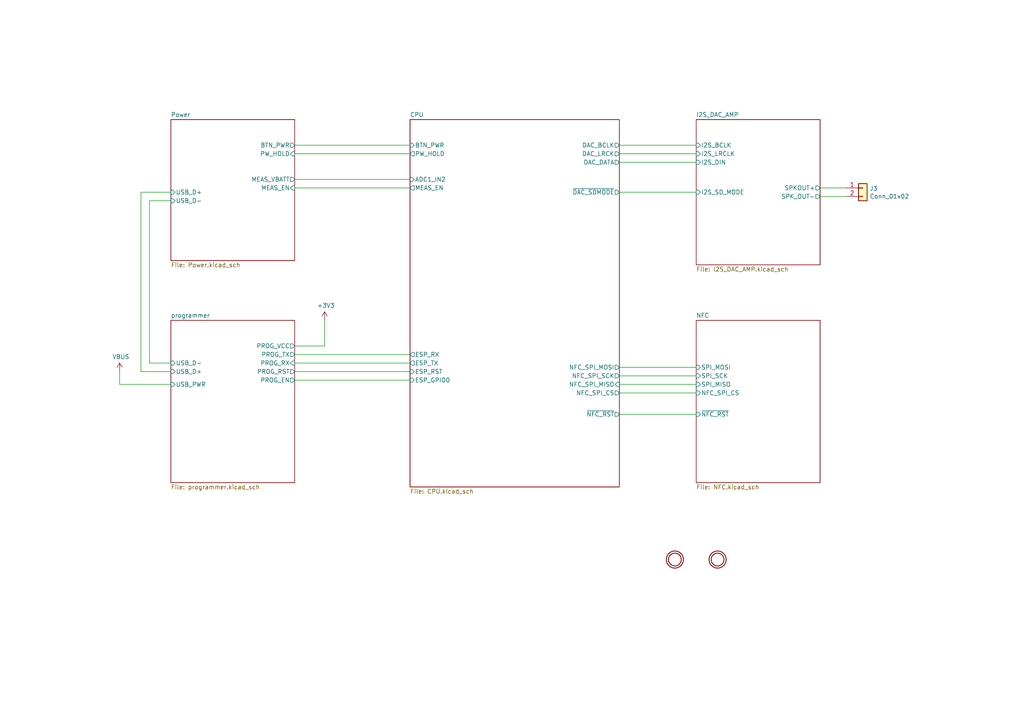
<source format=kicad_sch>
(kicad_sch (version 20211123) (generator eeschema)
  (paper "User" 304.495 210.007)
  (lib_symbols
    (symbol "Connector_Generic:Conn_01x02" (pin_names (offset 1.016) hide)
      (property "Reference" "J" (at 0 2.54 0))
      (property "Value" "Conn_01x02" (at 0 -5.08 0))
      (symbol "Conn_01x02_1_1"
        (rectangle (start -1.27 -2.413) (end 0 -2.667) (stroke (width 0.1524)))
        (rectangle (start -1.27 0.127) (end 0 -0.127) (stroke (width 0.1524)))
        (rectangle (start -1.27 1.27) (end 1.27 -3.81) (stroke (width 0.254)) (fill (type background)))
        (pin passive line (at -5.08 0 0) (length 3.81) (name "Pin_1") (number "1"))
        (pin passive line (at -5.08 -2.54 0) (length 3.81) (name "Pin_2") (number "2"))
      )
    )
    (symbol "Leo_muziekdoos-eagle-import:MOUNTINGHOLE3.0" (pin_names (offset 1.016))
      (symbol "MOUNTINGHOLE3.0_1_0"
        (circle (center 0 0) (radius 1.905) (stroke (width 0.254)))
        (circle (center 0 0) (radius 2.54) (stroke (width 0.254)))
      )
    )
    (symbol "power:+3.3V" (power) (pin_names (offset 0))
      (property "Value" "+3.3V" (at 0 3.556 0))
      (symbol "+3.3V_0_1"
        (polyline (pts (xy -0.762 1.27) (xy 0 2.54)))
        (polyline (pts (xy 0 0) (xy 0 2.54)))
        (polyline (pts (xy 0 2.54) (xy 0.762 1.27)))
      )
      (symbol "+3.3V_1_1"
        (pin power_in line (at 0 0 90) (length 0) hide (name "+3V3") (number "1"))
      )
    )
    (symbol "power:VBUS" (power) (pin_names (offset 0))
      (property "Value" "VBUS" (at 0 3.81 0))
      (symbol "VBUS_0_1"
        (polyline (pts (xy -0.762 1.27) (xy 0 2.54)))
        (polyline (pts (xy 0 0) (xy 0 2.54)))
        (polyline (pts (xy 0 2.54) (xy 0.762 1.27)))
      )
      (symbol "VBUS_1_1"
        (pin power_in line (at 0 0 90) (length 0) hide (name "VBUS") (number "1"))
      )
    )
  )
  (wire (pts (xy 35.56 114.3) (xy 50.8 114.3)))
  (wire (pts (xy 207.01 116.84) (xy 184.15 116.84)))
  (wire (pts (xy 44.45 59.69) (xy 44.45 107.95)))
  (wire (pts (xy 184.15 48.26) (xy 207.01 48.26)))
  (wire (pts (xy 207.01 111.76) (xy 184.15 111.76)))
  (wire (pts (xy 44.45 107.95) (xy 50.8 107.95)))
  (wire (pts (xy 207.01 45.72) (xy 184.15 45.72)))
  (wire (pts (xy 50.8 59.69) (xy 44.45 59.69)))
  (wire (pts (xy 87.63 107.95) (xy 121.92 107.95)))
  (wire (pts (xy 50.8 110.49) (xy 41.91 110.49)))
  (wire (pts (xy 41.91 110.49) (xy 41.91 57.15)))
  (wire (pts (xy 184.15 43.18) (xy 207.01 43.18)))
  (wire (pts (xy 87.63 113.03) (xy 121.92 113.03)))
  (wire (pts (xy 41.91 57.15) (xy 50.8 57.15)))
  (wire (pts (xy 251.46 55.88) (xy 243.84 55.88)))
  (wire (pts (xy 121.92 55.88) (xy 87.63 55.88)))
  (wire (pts (xy 87.63 43.18) (xy 121.92 43.18)))
  (wire (pts (xy 87.63 102.87) (xy 96.52 102.87)))
  (wire (pts (xy 184.15 57.15) (xy 207.01 57.15)))
  (wire (pts (xy 35.56 110.49) (xy 35.56 114.3)))
  (wire (pts (xy 87.63 45.72) (xy 121.92 45.72)))
  (wire (pts (xy 184.15 109.22) (xy 207.01 109.22)))
  (wire (pts (xy 96.52 95.25) (xy 96.52 102.87)))
  (wire (pts (xy 87.63 110.49) (xy 121.92 110.49)))
  (wire (pts (xy 87.63 53.34) (xy 121.92 53.34)))
  (wire (pts (xy 184.15 114.3) (xy 207.01 114.3)))
  (wire (pts (xy 251.46 58.42) (xy 243.84 58.42)))
  (wire (pts (xy 87.63 105.41) (xy 121.92 105.41)))
  (wire (pts (xy 207.01 123.19) (xy 184.15 123.19)))
  (symbol (lib_id "Connector_Generic:Conn_01x02") (at 256.54 55.88 0) (unit 1)
    (property "Reference" "J3" (at 258.572 56.0832 0) (effects (justify left)))
    (property "Value" "Conn_01x02" (at 258.572 58.3946 0) (effects (justify left)))
    (property "Footprint" "Connector_PinHeader_1.27mm:PinHeader_1x02_P1.27mm_Vertical_small_CrtYd" (effects hide))
  )
  (symbol (lib_id "Leo_muziekdoos-eagle-import:MOUNTINGHOLE3.0") (at 200.66 166.37 0) (unit 1)
    (property "Reference" "M1" (effects hide))
    (property "Value" "MOUNTINGHOLE3.0" (effects hide))
    (property "Footprint" "MountingHole:MountingHole_3mm" (effects hide))
  )
  (symbol (lib_id "Leo_muziekdoos-eagle-import:MOUNTINGHOLE3.0") (at 213.36 166.37 0) (unit 1)
    (property "Reference" "M2" (effects hide))
    (property "Value" "MOUNTINGHOLE3.0" (effects hide))
    (property "Footprint" "MountingHole:MountingHole_3mm" (effects hide))
  )
  (symbol (lib_id "power:+3.3V") (at 96.52 95.25 0) (unit 1)
    (property "Reference" "#PWR0140" (effects hide))
    (property "Value" "+3.3V" (at 96.901 90.8558 0))
  )
  (symbol (lib_id "power:VBUS") (at 35.56 110.49 0) (unit 1)
    (property "Reference" "#PWR0115" (effects hide))
    (property "Value" "VBUS" (at 35.941 106.0958 0))
  )
  (sheet (at 207.01 35.56) (size 36.83 43.18)
    (property "Sheet name" "I2S_DAC_AMP" (at 207.01 34.8484 0) (effects (justify left bottom)))
    (property "Sheet file" "I2S_DAC_AMP.kicad_sch" (at 207.01 79.3246 0) (effects (justify left top)))
    (pin "I2S_SD_MODE" input (at 207.01 57.15 180))
    (pin "I2S_BCLK" input (at 207.01 43.18 180))
    (pin "I2S_LRCLK" input (at 207.01 45.72 180))
    (pin "I2S_DIN" input (at 207.01 48.26 180))
    (pin "SPKOUT+" output (at 243.84 55.88 0))
    (pin "SPK_OUT-" output (at 243.84 58.42 0))
  )
  (sheet (at 50.8 35.56) (size 36.83 41.91)
    (property "Sheet name" "Power" (at 50.8 34.8484 0) (effects (justify left bottom)))
    (property "Sheet file" "Power.kicad_sch" (at 50.8 78.0546 0) (effects (justify left top)))
    (pin "BTN_PWR" output (at 87.63 43.18 0))
    (pin "PW_HOLD" input (at 87.63 45.72 0))
    (pin "MEAS_VBATT" output (at 87.63 53.34 0))
    (pin "MEAS_EN" input (at 87.63 55.88 0))
    (pin "USB_D+" input (at 50.8 57.15 180))
    (pin "USB_D-" input (at 50.8 59.69 180))
  )
  (sheet (at 207.01 95.25) (size 36.83 48.26)
    (property "Sheet name" "NFC" (at 207.01 94.5384 0) (effects (justify left bottom)))
    (property "Sheet file" "NFC.kicad_sch" (at 207.01 144.0946 0) (effects (justify left top)))
    (pin "SPI_MOSI" input (at 207.01 109.22 180))
    (pin "SPI_SCK" input (at 207.01 111.76 180))
    (pin "NFC_SPI_CS" input (at 207.01 116.84 180))
    (pin "SPI_MISO" input (at 207.01 114.3 180))
    (pin "~{NFC_RST}" input (at 207.01 123.19 180))
  )
  (sheet (at 121.92 35.56) (size 62.23 109.22)
    (property "Sheet name" "CPU" (at 121.92 34.8484 0) (effects (justify left bottom)))
    (property "Sheet file" "CPU.kicad_sch" (at 121.92 145.3646 0) (effects (justify left top)))
    (pin "DAC_LRCK" output (at 184.15 45.72 0))
    (pin "DAC_BCLK" output (at 184.15 43.18 0))
    (pin "DAC_DATA" output (at 184.15 48.26 0))
    (pin "ADC1_IN2" input (at 121.92 53.34 180))
    (pin "BTN_PWR" input (at 121.92 43.18 180))
    (pin "MEAS_EN" output (at 121.92 55.88 180))
    (pin "PW_HOLD" output (at 121.92 45.72 180))
    (pin "NFC_SPI_CS" output (at 184.15 116.84 0))
    (pin "NFC_SPI_SCK" output (at 184.15 111.76 0))
    (pin "NFC_SPI_MOSI" output (at 184.15 109.22 0))
    (pin "~{DAC_SDMODE}" output (at 184.15 57.15 0))
    (pin "ESP_TX" output (at 121.92 107.95 180))
    (pin "ESP_RX" output (at 121.92 105.41 180))
    (pin "ESP_GPIO0" input (at 121.92 113.03 180))
    (pin "ESP_RST" input (at 121.92 110.49 180))
    (pin "NFC_SPI_MISO" input (at 184.15 114.3 0))
    (pin "~{NFC_RST}" output (at 184.15 123.19 0))
  )
  (sheet (at 50.8 95.25) (size 36.83 48.26)
    (property "Sheet name" "programmer" (at 50.8 94.5384 0) (effects (justify left bottom)))
    (property "Sheet file" "programmer.kicad_sch" (at 50.8 144.0946 0) (effects (justify left top)))
    (pin "PROG_TX" output (at 87.63 105.41 0))
    (pin "PROG_RX" input (at 87.63 107.95 0))
    (pin "PROG_RST" output (at 87.63 110.49 0))
    (pin "PROG_EN" output (at 87.63 113.03 0))
    (pin "PROG_VCC" output (at 87.63 102.87 0))
    (pin "USB_D+" input (at 50.8 110.49 180))
    (pin "USB_D-" input (at 50.8 107.95 180))
    (pin "USB_PWR" input (at 50.8 114.3 180))
  )
)
</source>
